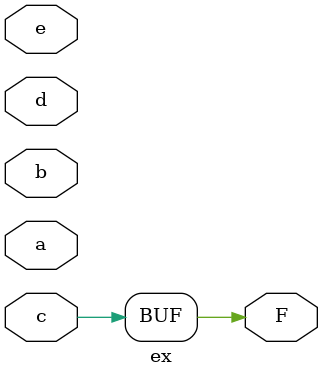
<source format=v>

module ex ( 
    a, b, c, d, e,
    F  );
  input  a, b, c, d, e;
  output F;
  assign F = c;
endmodule



</source>
